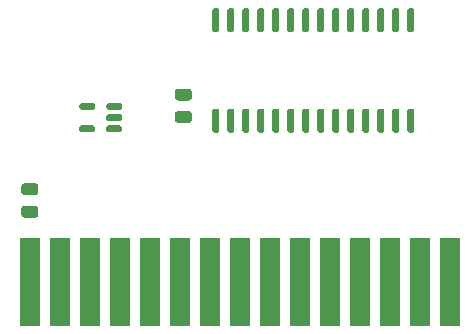
<source format=gbr>
G04 #@! TF.GenerationSoftware,KiCad,Pcbnew,(5.1.8)-1*
G04 #@! TF.CreationDate,2020-11-23T14:08:16+01:00*
G04 #@! TF.ProjectId,MM1_SRAM_64k_A,4d4d315f-5352-4414-9d5f-36346b5f412e,R1*
G04 #@! TF.SameCoordinates,PX6b49d20PY52f83c0*
G04 #@! TF.FileFunction,Soldermask,Bot*
G04 #@! TF.FilePolarity,Negative*
%FSLAX46Y46*%
G04 Gerber Fmt 4.6, Leading zero omitted, Abs format (unit mm)*
G04 Created by KiCad (PCBNEW (5.1.8)-1) date 2020-11-23 14:08:16*
%MOMM*%
%LPD*%
G01*
G04 APERTURE LIST*
%ADD10R,1.700000X7.500000*%
G04 APERTURE END LIST*
G36*
G01*
X23095000Y-15225000D02*
X23395000Y-15225000D01*
G75*
G02*
X23545000Y-15375000I0J-150000D01*
G01*
X23545000Y-17125000D01*
G75*
G02*
X23395000Y-17275000I-150000J0D01*
G01*
X23095000Y-17275000D01*
G75*
G02*
X22945000Y-17125000I0J150000D01*
G01*
X22945000Y-15375000D01*
G75*
G02*
X23095000Y-15225000I150000J0D01*
G01*
G37*
G36*
G01*
X24365000Y-15225000D02*
X24665000Y-15225000D01*
G75*
G02*
X24815000Y-15375000I0J-150000D01*
G01*
X24815000Y-17125000D01*
G75*
G02*
X24665000Y-17275000I-150000J0D01*
G01*
X24365000Y-17275000D01*
G75*
G02*
X24215000Y-17125000I0J150000D01*
G01*
X24215000Y-15375000D01*
G75*
G02*
X24365000Y-15225000I150000J0D01*
G01*
G37*
G36*
G01*
X25635000Y-15225000D02*
X25935000Y-15225000D01*
G75*
G02*
X26085000Y-15375000I0J-150000D01*
G01*
X26085000Y-17125000D01*
G75*
G02*
X25935000Y-17275000I-150000J0D01*
G01*
X25635000Y-17275000D01*
G75*
G02*
X25485000Y-17125000I0J150000D01*
G01*
X25485000Y-15375000D01*
G75*
G02*
X25635000Y-15225000I150000J0D01*
G01*
G37*
G36*
G01*
X26905000Y-15225000D02*
X27205000Y-15225000D01*
G75*
G02*
X27355000Y-15375000I0J-150000D01*
G01*
X27355000Y-17125000D01*
G75*
G02*
X27205000Y-17275000I-150000J0D01*
G01*
X26905000Y-17275000D01*
G75*
G02*
X26755000Y-17125000I0J150000D01*
G01*
X26755000Y-15375000D01*
G75*
G02*
X26905000Y-15225000I150000J0D01*
G01*
G37*
G36*
G01*
X28175000Y-15225000D02*
X28475000Y-15225000D01*
G75*
G02*
X28625000Y-15375000I0J-150000D01*
G01*
X28625000Y-17125000D01*
G75*
G02*
X28475000Y-17275000I-150000J0D01*
G01*
X28175000Y-17275000D01*
G75*
G02*
X28025000Y-17125000I0J150000D01*
G01*
X28025000Y-15375000D01*
G75*
G02*
X28175000Y-15225000I150000J0D01*
G01*
G37*
G36*
G01*
X29445000Y-15225000D02*
X29745000Y-15225000D01*
G75*
G02*
X29895000Y-15375000I0J-150000D01*
G01*
X29895000Y-17125000D01*
G75*
G02*
X29745000Y-17275000I-150000J0D01*
G01*
X29445000Y-17275000D01*
G75*
G02*
X29295000Y-17125000I0J150000D01*
G01*
X29295000Y-15375000D01*
G75*
G02*
X29445000Y-15225000I150000J0D01*
G01*
G37*
G36*
G01*
X30715000Y-15225000D02*
X31015000Y-15225000D01*
G75*
G02*
X31165000Y-15375000I0J-150000D01*
G01*
X31165000Y-17125000D01*
G75*
G02*
X31015000Y-17275000I-150000J0D01*
G01*
X30715000Y-17275000D01*
G75*
G02*
X30565000Y-17125000I0J150000D01*
G01*
X30565000Y-15375000D01*
G75*
G02*
X30715000Y-15225000I150000J0D01*
G01*
G37*
G36*
G01*
X31985000Y-15225000D02*
X32285000Y-15225000D01*
G75*
G02*
X32435000Y-15375000I0J-150000D01*
G01*
X32435000Y-17125000D01*
G75*
G02*
X32285000Y-17275000I-150000J0D01*
G01*
X31985000Y-17275000D01*
G75*
G02*
X31835000Y-17125000I0J150000D01*
G01*
X31835000Y-15375000D01*
G75*
G02*
X31985000Y-15225000I150000J0D01*
G01*
G37*
G36*
G01*
X33255000Y-15225000D02*
X33555000Y-15225000D01*
G75*
G02*
X33705000Y-15375000I0J-150000D01*
G01*
X33705000Y-17125000D01*
G75*
G02*
X33555000Y-17275000I-150000J0D01*
G01*
X33255000Y-17275000D01*
G75*
G02*
X33105000Y-17125000I0J150000D01*
G01*
X33105000Y-15375000D01*
G75*
G02*
X33255000Y-15225000I150000J0D01*
G01*
G37*
G36*
G01*
X34525000Y-15225000D02*
X34825000Y-15225000D01*
G75*
G02*
X34975000Y-15375000I0J-150000D01*
G01*
X34975000Y-17125000D01*
G75*
G02*
X34825000Y-17275000I-150000J0D01*
G01*
X34525000Y-17275000D01*
G75*
G02*
X34375000Y-17125000I0J150000D01*
G01*
X34375000Y-15375000D01*
G75*
G02*
X34525000Y-15225000I150000J0D01*
G01*
G37*
G36*
G01*
X35795000Y-15225000D02*
X36095000Y-15225000D01*
G75*
G02*
X36245000Y-15375000I0J-150000D01*
G01*
X36245000Y-17125000D01*
G75*
G02*
X36095000Y-17275000I-150000J0D01*
G01*
X35795000Y-17275000D01*
G75*
G02*
X35645000Y-17125000I0J150000D01*
G01*
X35645000Y-15375000D01*
G75*
G02*
X35795000Y-15225000I150000J0D01*
G01*
G37*
G36*
G01*
X37065000Y-15225000D02*
X37365000Y-15225000D01*
G75*
G02*
X37515000Y-15375000I0J-150000D01*
G01*
X37515000Y-17125000D01*
G75*
G02*
X37365000Y-17275000I-150000J0D01*
G01*
X37065000Y-17275000D01*
G75*
G02*
X36915000Y-17125000I0J150000D01*
G01*
X36915000Y-15375000D01*
G75*
G02*
X37065000Y-15225000I150000J0D01*
G01*
G37*
G36*
G01*
X38335000Y-15225000D02*
X38635000Y-15225000D01*
G75*
G02*
X38785000Y-15375000I0J-150000D01*
G01*
X38785000Y-17125000D01*
G75*
G02*
X38635000Y-17275000I-150000J0D01*
G01*
X38335000Y-17275000D01*
G75*
G02*
X38185000Y-17125000I0J150000D01*
G01*
X38185000Y-15375000D01*
G75*
G02*
X38335000Y-15225000I150000J0D01*
G01*
G37*
G36*
G01*
X39605000Y-15225000D02*
X39905000Y-15225000D01*
G75*
G02*
X40055000Y-15375000I0J-150000D01*
G01*
X40055000Y-17125000D01*
G75*
G02*
X39905000Y-17275000I-150000J0D01*
G01*
X39605000Y-17275000D01*
G75*
G02*
X39455000Y-17125000I0J150000D01*
G01*
X39455000Y-15375000D01*
G75*
G02*
X39605000Y-15225000I150000J0D01*
G01*
G37*
G36*
G01*
X39605000Y-6725000D02*
X39905000Y-6725000D01*
G75*
G02*
X40055000Y-6875000I0J-150000D01*
G01*
X40055000Y-8625000D01*
G75*
G02*
X39905000Y-8775000I-150000J0D01*
G01*
X39605000Y-8775000D01*
G75*
G02*
X39455000Y-8625000I0J150000D01*
G01*
X39455000Y-6875000D01*
G75*
G02*
X39605000Y-6725000I150000J0D01*
G01*
G37*
G36*
G01*
X38335000Y-6725000D02*
X38635000Y-6725000D01*
G75*
G02*
X38785000Y-6875000I0J-150000D01*
G01*
X38785000Y-8625000D01*
G75*
G02*
X38635000Y-8775000I-150000J0D01*
G01*
X38335000Y-8775000D01*
G75*
G02*
X38185000Y-8625000I0J150000D01*
G01*
X38185000Y-6875000D01*
G75*
G02*
X38335000Y-6725000I150000J0D01*
G01*
G37*
G36*
G01*
X37065000Y-6725000D02*
X37365000Y-6725000D01*
G75*
G02*
X37515000Y-6875000I0J-150000D01*
G01*
X37515000Y-8625000D01*
G75*
G02*
X37365000Y-8775000I-150000J0D01*
G01*
X37065000Y-8775000D01*
G75*
G02*
X36915000Y-8625000I0J150000D01*
G01*
X36915000Y-6875000D01*
G75*
G02*
X37065000Y-6725000I150000J0D01*
G01*
G37*
G36*
G01*
X35795000Y-6725000D02*
X36095000Y-6725000D01*
G75*
G02*
X36245000Y-6875000I0J-150000D01*
G01*
X36245000Y-8625000D01*
G75*
G02*
X36095000Y-8775000I-150000J0D01*
G01*
X35795000Y-8775000D01*
G75*
G02*
X35645000Y-8625000I0J150000D01*
G01*
X35645000Y-6875000D01*
G75*
G02*
X35795000Y-6725000I150000J0D01*
G01*
G37*
G36*
G01*
X34525000Y-6725000D02*
X34825000Y-6725000D01*
G75*
G02*
X34975000Y-6875000I0J-150000D01*
G01*
X34975000Y-8625000D01*
G75*
G02*
X34825000Y-8775000I-150000J0D01*
G01*
X34525000Y-8775000D01*
G75*
G02*
X34375000Y-8625000I0J150000D01*
G01*
X34375000Y-6875000D01*
G75*
G02*
X34525000Y-6725000I150000J0D01*
G01*
G37*
G36*
G01*
X33255000Y-6725000D02*
X33555000Y-6725000D01*
G75*
G02*
X33705000Y-6875000I0J-150000D01*
G01*
X33705000Y-8625000D01*
G75*
G02*
X33555000Y-8775000I-150000J0D01*
G01*
X33255000Y-8775000D01*
G75*
G02*
X33105000Y-8625000I0J150000D01*
G01*
X33105000Y-6875000D01*
G75*
G02*
X33255000Y-6725000I150000J0D01*
G01*
G37*
G36*
G01*
X31985000Y-6725000D02*
X32285000Y-6725000D01*
G75*
G02*
X32435000Y-6875000I0J-150000D01*
G01*
X32435000Y-8625000D01*
G75*
G02*
X32285000Y-8775000I-150000J0D01*
G01*
X31985000Y-8775000D01*
G75*
G02*
X31835000Y-8625000I0J150000D01*
G01*
X31835000Y-6875000D01*
G75*
G02*
X31985000Y-6725000I150000J0D01*
G01*
G37*
G36*
G01*
X30715000Y-6725000D02*
X31015000Y-6725000D01*
G75*
G02*
X31165000Y-6875000I0J-150000D01*
G01*
X31165000Y-8625000D01*
G75*
G02*
X31015000Y-8775000I-150000J0D01*
G01*
X30715000Y-8775000D01*
G75*
G02*
X30565000Y-8625000I0J150000D01*
G01*
X30565000Y-6875000D01*
G75*
G02*
X30715000Y-6725000I150000J0D01*
G01*
G37*
G36*
G01*
X29445000Y-6725000D02*
X29745000Y-6725000D01*
G75*
G02*
X29895000Y-6875000I0J-150000D01*
G01*
X29895000Y-8625000D01*
G75*
G02*
X29745000Y-8775000I-150000J0D01*
G01*
X29445000Y-8775000D01*
G75*
G02*
X29295000Y-8625000I0J150000D01*
G01*
X29295000Y-6875000D01*
G75*
G02*
X29445000Y-6725000I150000J0D01*
G01*
G37*
G36*
G01*
X28175000Y-6725000D02*
X28475000Y-6725000D01*
G75*
G02*
X28625000Y-6875000I0J-150000D01*
G01*
X28625000Y-8625000D01*
G75*
G02*
X28475000Y-8775000I-150000J0D01*
G01*
X28175000Y-8775000D01*
G75*
G02*
X28025000Y-8625000I0J150000D01*
G01*
X28025000Y-6875000D01*
G75*
G02*
X28175000Y-6725000I150000J0D01*
G01*
G37*
G36*
G01*
X26905000Y-6725000D02*
X27205000Y-6725000D01*
G75*
G02*
X27355000Y-6875000I0J-150000D01*
G01*
X27355000Y-8625000D01*
G75*
G02*
X27205000Y-8775000I-150000J0D01*
G01*
X26905000Y-8775000D01*
G75*
G02*
X26755000Y-8625000I0J150000D01*
G01*
X26755000Y-6875000D01*
G75*
G02*
X26905000Y-6725000I150000J0D01*
G01*
G37*
G36*
G01*
X25635000Y-6725000D02*
X25935000Y-6725000D01*
G75*
G02*
X26085000Y-6875000I0J-150000D01*
G01*
X26085000Y-8625000D01*
G75*
G02*
X25935000Y-8775000I-150000J0D01*
G01*
X25635000Y-8775000D01*
G75*
G02*
X25485000Y-8625000I0J150000D01*
G01*
X25485000Y-6875000D01*
G75*
G02*
X25635000Y-6725000I150000J0D01*
G01*
G37*
G36*
G01*
X24365000Y-6725000D02*
X24665000Y-6725000D01*
G75*
G02*
X24815000Y-6875000I0J-150000D01*
G01*
X24815000Y-8625000D01*
G75*
G02*
X24665000Y-8775000I-150000J0D01*
G01*
X24365000Y-8775000D01*
G75*
G02*
X24215000Y-8625000I0J150000D01*
G01*
X24215000Y-6875000D01*
G75*
G02*
X24365000Y-6725000I150000J0D01*
G01*
G37*
G36*
G01*
X23095000Y-6725000D02*
X23395000Y-6725000D01*
G75*
G02*
X23545000Y-6875000I0J-150000D01*
G01*
X23545000Y-8625000D01*
G75*
G02*
X23395000Y-8775000I-150000J0D01*
G01*
X23095000Y-8775000D01*
G75*
G02*
X22945000Y-8625000I0J150000D01*
G01*
X22945000Y-6875000D01*
G75*
G02*
X23095000Y-6725000I150000J0D01*
G01*
G37*
D10*
X7530000Y-29890000D03*
X10070000Y-29890000D03*
X12610000Y-29890000D03*
X15150000Y-29890000D03*
X17690000Y-29890000D03*
X20230000Y-29890000D03*
X22770000Y-29890000D03*
X25310000Y-29890000D03*
X27850000Y-29890000D03*
X30390000Y-29890000D03*
X32930000Y-29890000D03*
X35470000Y-29890000D03*
X38010000Y-29890000D03*
X40550000Y-29890000D03*
X43090000Y-29890000D03*
G36*
G01*
X7025000Y-21550000D02*
X7975000Y-21550000D01*
G75*
G02*
X8225000Y-21800000I0J-250000D01*
G01*
X8225000Y-22300000D01*
G75*
G02*
X7975000Y-22550000I-250000J0D01*
G01*
X7025000Y-22550000D01*
G75*
G02*
X6775000Y-22300000I0J250000D01*
G01*
X6775000Y-21800000D01*
G75*
G02*
X7025000Y-21550000I250000J0D01*
G01*
G37*
G36*
G01*
X7025000Y-23450000D02*
X7975000Y-23450000D01*
G75*
G02*
X8225000Y-23700000I0J-250000D01*
G01*
X8225000Y-24200000D01*
G75*
G02*
X7975000Y-24450000I-250000J0D01*
G01*
X7025000Y-24450000D01*
G75*
G02*
X6775000Y-24200000I0J250000D01*
G01*
X6775000Y-23700000D01*
G75*
G02*
X7025000Y-23450000I250000J0D01*
G01*
G37*
G36*
G01*
X20975000Y-14550000D02*
X20025000Y-14550000D01*
G75*
G02*
X19775000Y-14300000I0J250000D01*
G01*
X19775000Y-13800000D01*
G75*
G02*
X20025000Y-13550000I250000J0D01*
G01*
X20975000Y-13550000D01*
G75*
G02*
X21225000Y-13800000I0J-250000D01*
G01*
X21225000Y-14300000D01*
G75*
G02*
X20975000Y-14550000I-250000J0D01*
G01*
G37*
G36*
G01*
X20975000Y-16450000D02*
X20025000Y-16450000D01*
G75*
G02*
X19775000Y-16200000I0J250000D01*
G01*
X19775000Y-15700000D01*
G75*
G02*
X20025000Y-15450000I250000J0D01*
G01*
X20975000Y-15450000D01*
G75*
G02*
X21225000Y-15700000I0J-250000D01*
G01*
X21225000Y-16200000D01*
G75*
G02*
X20975000Y-16450000I-250000J0D01*
G01*
G37*
G36*
G01*
X15300000Y-14900000D02*
X15300000Y-15200000D01*
G75*
G02*
X15150000Y-15350000I-150000J0D01*
G01*
X14125000Y-15350000D01*
G75*
G02*
X13975000Y-15200000I0J150000D01*
G01*
X13975000Y-14900000D01*
G75*
G02*
X14125000Y-14750000I150000J0D01*
G01*
X15150000Y-14750000D01*
G75*
G02*
X15300000Y-14900000I0J-150000D01*
G01*
G37*
G36*
G01*
X15300000Y-15850000D02*
X15300000Y-16150000D01*
G75*
G02*
X15150000Y-16300000I-150000J0D01*
G01*
X14125000Y-16300000D01*
G75*
G02*
X13975000Y-16150000I0J150000D01*
G01*
X13975000Y-15850000D01*
G75*
G02*
X14125000Y-15700000I150000J0D01*
G01*
X15150000Y-15700000D01*
G75*
G02*
X15300000Y-15850000I0J-150000D01*
G01*
G37*
G36*
G01*
X15300000Y-16800000D02*
X15300000Y-17100000D01*
G75*
G02*
X15150000Y-17250000I-150000J0D01*
G01*
X14125000Y-17250000D01*
G75*
G02*
X13975000Y-17100000I0J150000D01*
G01*
X13975000Y-16800000D01*
G75*
G02*
X14125000Y-16650000I150000J0D01*
G01*
X15150000Y-16650000D01*
G75*
G02*
X15300000Y-16800000I0J-150000D01*
G01*
G37*
G36*
G01*
X13025000Y-16800000D02*
X13025000Y-17100000D01*
G75*
G02*
X12875000Y-17250000I-150000J0D01*
G01*
X11850000Y-17250000D01*
G75*
G02*
X11700000Y-17100000I0J150000D01*
G01*
X11700000Y-16800000D01*
G75*
G02*
X11850000Y-16650000I150000J0D01*
G01*
X12875000Y-16650000D01*
G75*
G02*
X13025000Y-16800000I0J-150000D01*
G01*
G37*
G36*
G01*
X13025000Y-14900000D02*
X13025000Y-15200000D01*
G75*
G02*
X12875000Y-15350000I-150000J0D01*
G01*
X11850000Y-15350000D01*
G75*
G02*
X11700000Y-15200000I0J150000D01*
G01*
X11700000Y-14900000D01*
G75*
G02*
X11850000Y-14750000I150000J0D01*
G01*
X12875000Y-14750000D01*
G75*
G02*
X13025000Y-14900000I0J-150000D01*
G01*
G37*
M02*

</source>
